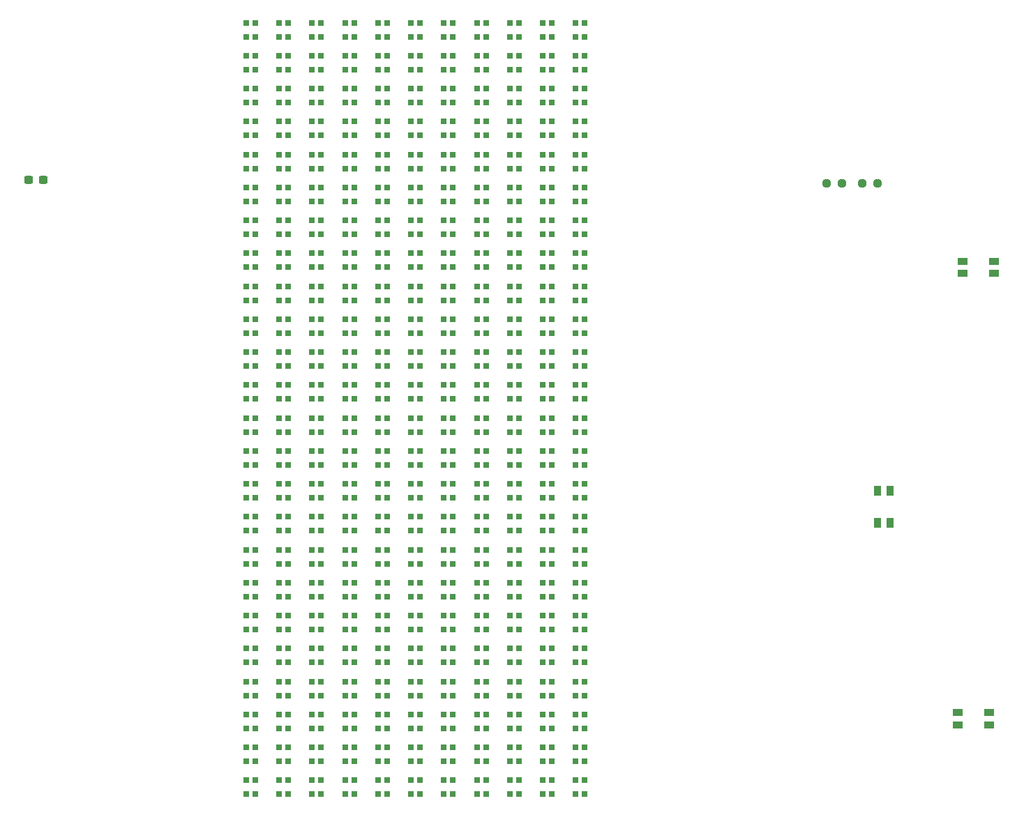
<source format=gtp>
%TF.GenerationSoftware,KiCad,Pcbnew,8.0.6*%
%TF.CreationDate,2024-12-17T00:00:42+05:30*%
%TF.ProjectId,FF1-LP-Badge,4646312d-4c50-42d4-9261-6467652e6b69,rev?*%
%TF.SameCoordinates,Original*%
%TF.FileFunction,Paste,Top*%
%TF.FilePolarity,Positive*%
%FSLAX46Y46*%
G04 Gerber Fmt 4.6, Leading zero omitted, Abs format (unit mm)*
G04 Created by KiCad (PCBNEW 8.0.6) date 2024-12-17 00:00:42*
%MOMM*%
%LPD*%
G01*
G04 APERTURE LIST*
G04 Aperture macros list*
%AMRoundRect*
0 Rectangle with rounded corners*
0 $1 Rounding radius*
0 $2 $3 $4 $5 $6 $7 $8 $9 X,Y pos of 4 corners*
0 Add a 4 corners polygon primitive as box body*
4,1,4,$2,$3,$4,$5,$6,$7,$8,$9,$2,$3,0*
0 Add four circle primitives for the rounded corners*
1,1,$1+$1,$2,$3*
1,1,$1+$1,$4,$5*
1,1,$1+$1,$6,$7*
1,1,$1+$1,$8,$9*
0 Add four rect primitives between the rounded corners*
20,1,$1+$1,$2,$3,$4,$5,0*
20,1,$1+$1,$4,$5,$6,$7,0*
20,1,$1+$1,$6,$7,$8,$9,0*
20,1,$1+$1,$8,$9,$2,$3,0*%
G04 Aperture macros list end*
%ADD10R,0.700000X0.800000*%
%ADD11RoundRect,0.237500X-0.300000X-0.237500X0.300000X-0.237500X0.300000X0.237500X-0.300000X0.237500X0*%
%ADD12R,0.900000X1.250000*%
%ADD13RoundRect,0.237500X0.250000X0.237500X-0.250000X0.237500X-0.250000X-0.237500X0.250000X-0.237500X0*%
%ADD14RoundRect,0.237500X-0.250000X-0.237500X0.250000X-0.237500X0.250000X0.237500X-0.250000X0.237500X0*%
%ADD15R,1.250000X0.900000*%
G04 APERTURE END LIST*
D10*
%TO.C,D194*%
X205624984Y-59200904D03*
X205624984Y-60900904D03*
X204524984Y-60900904D03*
X204524984Y-59200904D03*
%TD*%
%TO.C,D30*%
X185624985Y-115200902D03*
X185624985Y-116900902D03*
X184524985Y-116900902D03*
X184524985Y-115200902D03*
%TD*%
%TO.C,D89*%
X181624987Y-95200905D03*
X181624987Y-96900905D03*
X180524987Y-96900905D03*
X180524987Y-95200905D03*
%TD*%
%TO.C,D168*%
X189624984Y-67200905D03*
X189624984Y-68900905D03*
X188524984Y-68900905D03*
X188524984Y-67200905D03*
%TD*%
%TO.C,D167*%
X189624983Y-71200904D03*
X189624983Y-72900904D03*
X188524983Y-72900904D03*
X188524983Y-71200904D03*
%TD*%
%TO.C,D52*%
X201624985Y-123200904D03*
X201624985Y-124900904D03*
X200524985Y-124900904D03*
X200524985Y-123200904D03*
%TD*%
%TO.C,D33*%
X189624987Y-127200905D03*
X189624987Y-128900905D03*
X188524987Y-128900905D03*
X188524987Y-127200905D03*
%TD*%
%TO.C,D127*%
X205624983Y-87200904D03*
X205624983Y-88900904D03*
X204524983Y-88900904D03*
X204524983Y-87200904D03*
%TD*%
%TO.C,D146*%
X173624984Y-59200904D03*
X173624984Y-60900904D03*
X172524984Y-60900904D03*
X172524984Y-59200904D03*
%TD*%
%TO.C,D215*%
X177624985Y-47200905D03*
X177624985Y-48900905D03*
X176524985Y-48900905D03*
X176524985Y-47200905D03*
%TD*%
%TO.C,D110*%
X193624986Y-83200905D03*
X193624986Y-84900905D03*
X192524986Y-84900905D03*
X192524986Y-83200905D03*
%TD*%
%TO.C,D90*%
X181624986Y-91200906D03*
X181624986Y-92900906D03*
X180524986Y-92900906D03*
X180524986Y-91200906D03*
%TD*%
%TO.C,D148*%
X177624986Y-75200904D03*
X177624986Y-76900904D03*
X176524986Y-76900904D03*
X176524986Y-75200904D03*
%TD*%
%TO.C,D18*%
X177624985Y-115200905D03*
X177624985Y-116900905D03*
X176524985Y-116900905D03*
X176524985Y-115200905D03*
%TD*%
%TO.C,D108*%
X193624986Y-91200904D03*
X193624986Y-92900904D03*
X192524986Y-92900904D03*
X192524986Y-91200904D03*
%TD*%
%TO.C,D137*%
X169624985Y-71200904D03*
X169624985Y-72900904D03*
X168524985Y-72900904D03*
X168524985Y-71200904D03*
%TD*%
%TO.C,D27*%
X185624985Y-127200905D03*
X185624985Y-128900905D03*
X184524985Y-128900905D03*
X184524985Y-127200905D03*
%TD*%
%TO.C,D72*%
X169624985Y-91200904D03*
X169624985Y-92900904D03*
X168524985Y-92900904D03*
X168524985Y-91200904D03*
%TD*%
%TO.C,D45*%
X197624986Y-127200903D03*
X197624986Y-128900903D03*
X196524986Y-128900903D03*
X196524986Y-127200903D03*
%TD*%
%TO.C,D99*%
X189624983Y-103200904D03*
X189624983Y-104900904D03*
X188524983Y-104900904D03*
X188524983Y-103200904D03*
%TD*%
%TO.C,D213*%
X177624984Y-55200904D03*
X177624984Y-56900904D03*
X176524984Y-56900904D03*
X176524984Y-55200904D03*
%TD*%
%TO.C,D100*%
X189624984Y-99200905D03*
X189624984Y-100900905D03*
X188524984Y-100900905D03*
X188524984Y-99200905D03*
%TD*%
%TO.C,D50*%
X197624986Y-107200906D03*
X197624986Y-108900906D03*
X196524986Y-108900906D03*
X196524986Y-107200906D03*
%TD*%
%TO.C,D6*%
X169624985Y-115200905D03*
X169624985Y-116900905D03*
X168524985Y-116900905D03*
X168524985Y-115200905D03*
%TD*%
%TO.C,D175*%
X193624985Y-63200905D03*
X193624985Y-64900905D03*
X192524985Y-64900905D03*
X192524985Y-63200905D03*
%TD*%
%TO.C,D118*%
X201624985Y-99200902D03*
X201624985Y-100900902D03*
X200524985Y-100900902D03*
X200524985Y-99200902D03*
%TD*%
%TO.C,D103*%
X189624987Y-87200904D03*
X189624987Y-88900904D03*
X188524987Y-88900904D03*
X188524987Y-87200904D03*
%TD*%
%TO.C,D151*%
X177624986Y-63200905D03*
X177624986Y-64900905D03*
X176524986Y-64900905D03*
X176524986Y-63200905D03*
%TD*%
%TO.C,D260*%
X205624987Y-35200905D03*
X205624987Y-36900905D03*
X204524987Y-36900905D03*
X204524987Y-35200905D03*
%TD*%
%TO.C,D172*%
X193624984Y-75200904D03*
X193624984Y-76900904D03*
X192524984Y-76900904D03*
X192524984Y-75200904D03*
%TD*%
%TO.C,D233*%
X189624984Y-47200903D03*
X189624984Y-48900903D03*
X188524984Y-48900903D03*
X188524984Y-47200903D03*
%TD*%
%TO.C,D241*%
X193624984Y-39200904D03*
X193624984Y-40900904D03*
X192524984Y-40900904D03*
X192524984Y-39200904D03*
%TD*%
%TO.C,D75*%
X173624987Y-103200904D03*
X173624987Y-104900904D03*
X172524987Y-104900904D03*
X172524987Y-103200904D03*
%TD*%
%TO.C,D51*%
X201624985Y-127200903D03*
X201624985Y-128900903D03*
X200524985Y-128900903D03*
X200524985Y-127200903D03*
%TD*%
%TO.C,D102*%
X189624986Y-91200906D03*
X189624986Y-92900906D03*
X188524986Y-92900906D03*
X188524986Y-91200906D03*
%TD*%
%TO.C,D25*%
X181624986Y-111200903D03*
X181624986Y-112900903D03*
X180524986Y-112900903D03*
X180524986Y-111200903D03*
%TD*%
%TO.C,D63*%
X209624986Y-127200905D03*
X209624986Y-128900905D03*
X208524986Y-128900905D03*
X208524986Y-127200905D03*
%TD*%
%TO.C,D9*%
X173624984Y-127200903D03*
X173624984Y-128900903D03*
X172524984Y-128900903D03*
X172524984Y-127200903D03*
%TD*%
%TO.C,D221*%
X181624986Y-47200903D03*
X181624986Y-48900903D03*
X180524986Y-48900903D03*
X180524986Y-47200903D03*
%TD*%
%TO.C,D109*%
X193624986Y-87200904D03*
X193624986Y-88900904D03*
X192524986Y-88900904D03*
X192524986Y-87200904D03*
%TD*%
%TO.C,D212*%
X173624987Y-35200905D03*
X173624987Y-36900905D03*
X172524987Y-36900905D03*
X172524987Y-35200905D03*
%TD*%
%TO.C,D214*%
X177624985Y-51200905D03*
X177624985Y-52900905D03*
X176524985Y-52900905D03*
X176524985Y-51200905D03*
%TD*%
%TO.C,D220*%
X181624986Y-51200905D03*
X181624986Y-52900905D03*
X180524986Y-52900905D03*
X180524986Y-51200905D03*
%TD*%
%TO.C,D94*%
X185624985Y-99200905D03*
X185624985Y-100900905D03*
X184524985Y-100900905D03*
X184524985Y-99200905D03*
%TD*%
%TO.C,D53*%
X201624985Y-119200904D03*
X201624985Y-120900904D03*
X200524985Y-120900904D03*
X200524985Y-119200904D03*
%TD*%
%TO.C,D59*%
X205624983Y-119200904D03*
X205624983Y-120900904D03*
X204524983Y-120900904D03*
X204524983Y-119200904D03*
%TD*%
%TO.C,D139*%
X169624985Y-63200903D03*
X169624985Y-64900903D03*
X168524985Y-64900903D03*
X168524985Y-63200903D03*
%TD*%
%TO.C,D179*%
X197624986Y-71200904D03*
X197624986Y-72900904D03*
X196524986Y-72900904D03*
X196524986Y-71200904D03*
%TD*%
D11*
%TO.C,C31*%
X142137499Y-54300000D03*
X143862501Y-54300000D03*
%TD*%
D10*
%TO.C,D46*%
X197624986Y-123200904D03*
X197624986Y-124900904D03*
X196524986Y-124900904D03*
X196524986Y-123200904D03*
%TD*%
%TO.C,D209*%
X173624987Y-47200905D03*
X173624987Y-48900905D03*
X172524987Y-48900905D03*
X172524987Y-47200905D03*
%TD*%
%TO.C,D211*%
X173624987Y-39200904D03*
X173624987Y-40900904D03*
X172524987Y-40900904D03*
X172524987Y-39200904D03*
%TD*%
%TO.C,D116*%
X197624986Y-83200905D03*
X197624986Y-84900905D03*
X196524986Y-84900905D03*
X196524986Y-83200905D03*
%TD*%
%TO.C,D196*%
X209624986Y-75200904D03*
X209624986Y-76900904D03*
X208524986Y-76900904D03*
X208524986Y-75200904D03*
%TD*%
%TO.C,D208*%
X173624984Y-51200905D03*
X173624984Y-52900905D03*
X172524984Y-52900905D03*
X172524984Y-51200905D03*
%TD*%
%TO.C,D28*%
X185624985Y-123200904D03*
X185624985Y-124900904D03*
X184524985Y-124900904D03*
X184524985Y-123200904D03*
%TD*%
%TO.C,D93*%
X185624985Y-103200904D03*
X185624985Y-104900904D03*
X184524985Y-104900904D03*
X184524985Y-103200904D03*
%TD*%
%TO.C,D161*%
X185624985Y-71200904D03*
X185624985Y-72900904D03*
X184524985Y-72900904D03*
X184524985Y-71200904D03*
%TD*%
%TO.C,D222*%
X181624986Y-43200904D03*
X181624986Y-44900904D03*
X180524986Y-44900904D03*
X180524986Y-43200904D03*
%TD*%
%TO.C,D136*%
X169624985Y-75200904D03*
X169624985Y-76900904D03*
X168524985Y-76900904D03*
X168524985Y-75200904D03*
%TD*%
%TO.C,D170*%
X189624986Y-59200906D03*
X189624986Y-60900906D03*
X188524986Y-60900906D03*
X188524986Y-59200906D03*
%TD*%
%TO.C,D188*%
X201624985Y-59200904D03*
X201624985Y-60900904D03*
X200524985Y-60900904D03*
X200524985Y-59200904D03*
%TD*%
%TO.C,D195*%
X209624985Y-79200905D03*
X209624985Y-80900905D03*
X208524985Y-80900905D03*
X208524985Y-79200905D03*
%TD*%
%TO.C,D87*%
X181624988Y-103200904D03*
X181624988Y-104900904D03*
X180524988Y-104900904D03*
X180524988Y-103200904D03*
%TD*%
%TO.C,D37*%
X189624984Y-111200903D03*
X189624984Y-112900903D03*
X188524984Y-112900903D03*
X188524984Y-111200903D03*
%TD*%
D12*
%TO.C,SW4*%
X245149999Y-95925000D03*
X245149999Y-92075000D03*
X246650001Y-95925000D03*
X246650001Y-92075000D03*
%TD*%
D10*
%TO.C,D158*%
X181624986Y-59200906D03*
X181624986Y-60900906D03*
X180524986Y-60900906D03*
X180524986Y-59200906D03*
%TD*%
%TO.C,D124*%
X205624987Y-99200905D03*
X205624987Y-100900905D03*
X204524987Y-100900905D03*
X204524987Y-99200905D03*
%TD*%
%TO.C,D128*%
X205624984Y-83200905D03*
X205624984Y-84900905D03*
X204524984Y-84900905D03*
X204524984Y-83200905D03*
%TD*%
%TO.C,D95*%
X185624985Y-95200905D03*
X185624985Y-96900905D03*
X184524985Y-96900905D03*
X184524985Y-95200905D03*
%TD*%
%TO.C,D48*%
X197624986Y-115200905D03*
X197624986Y-116900905D03*
X196524986Y-116900905D03*
X196524986Y-115200905D03*
%TD*%
%TO.C,D152*%
X177624984Y-59200904D03*
X177624984Y-60900904D03*
X176524984Y-60900904D03*
X176524984Y-59200904D03*
%TD*%
%TO.C,D68*%
X209624986Y-107200904D03*
X209624986Y-108900904D03*
X208524986Y-108900904D03*
X208524986Y-107200904D03*
%TD*%
%TO.C,D47*%
X197624988Y-119200904D03*
X197624988Y-120900904D03*
X196524988Y-120900904D03*
X196524988Y-119200904D03*
%TD*%
%TO.C,D7*%
X169624985Y-111200905D03*
X169624985Y-112900905D03*
X168524985Y-112900905D03*
X168524985Y-111200905D03*
%TD*%
%TO.C,D229*%
X185624985Y-39200904D03*
X185624985Y-40900904D03*
X184524985Y-40900904D03*
X184524985Y-39200904D03*
%TD*%
%TO.C,D198*%
X209624986Y-67200905D03*
X209624986Y-68900905D03*
X208524986Y-68900905D03*
X208524986Y-67200905D03*
%TD*%
%TO.C,D204*%
X169624985Y-43200904D03*
X169624985Y-44900904D03*
X168524985Y-44900904D03*
X168524985Y-43200904D03*
%TD*%
%TO.C,D239*%
X193624986Y-47200905D03*
X193624986Y-48900905D03*
X192524986Y-48900905D03*
X192524986Y-47200905D03*
%TD*%
%TO.C,D153*%
X181624986Y-79200903D03*
X181624986Y-80900903D03*
X180524986Y-80900903D03*
X180524986Y-79200903D03*
%TD*%
%TO.C,D240*%
X193624984Y-43200904D03*
X193624984Y-44900904D03*
X192524984Y-44900904D03*
X192524984Y-43200904D03*
%TD*%
%TO.C,D64*%
X209624984Y-123200904D03*
X209624984Y-124900904D03*
X208524984Y-124900904D03*
X208524984Y-123200904D03*
%TD*%
%TO.C,D44*%
X193624984Y-107200904D03*
X193624984Y-108900904D03*
X192524984Y-108900904D03*
X192524984Y-107200904D03*
%TD*%
%TO.C,D111*%
X197624986Y-103200904D03*
X197624986Y-104900904D03*
X196524986Y-104900904D03*
X196524986Y-103200904D03*
%TD*%
%TO.C,D17*%
X177624984Y-119200904D03*
X177624984Y-120900904D03*
X176524984Y-120900904D03*
X176524984Y-119200904D03*
%TD*%
%TO.C,D22*%
X181624986Y-123200906D03*
X181624986Y-124900906D03*
X180524986Y-124900906D03*
X180524986Y-123200906D03*
%TD*%
%TO.C,D245*%
X197624987Y-47200905D03*
X197624987Y-48900905D03*
X196524987Y-48900905D03*
X196524987Y-47200905D03*
%TD*%
%TO.C,D49*%
X197624987Y-111200905D03*
X197624987Y-112900905D03*
X196524987Y-112900905D03*
X196524987Y-111200905D03*
%TD*%
%TO.C,D243*%
X197624988Y-55200904D03*
X197624988Y-56900904D03*
X196524988Y-56900904D03*
X196524988Y-55200904D03*
%TD*%
%TO.C,D216*%
X177624986Y-43200904D03*
X177624986Y-44900904D03*
X176524986Y-44900904D03*
X176524986Y-43200904D03*
%TD*%
%TO.C,D82*%
X177624986Y-99200905D03*
X177624986Y-100900905D03*
X176524986Y-100900905D03*
X176524986Y-99200905D03*
%TD*%
%TO.C,D58*%
X205624984Y-123200904D03*
X205624984Y-124900904D03*
X204524984Y-124900904D03*
X204524984Y-123200904D03*
%TD*%
%TO.C,D192*%
X205624987Y-67200905D03*
X205624987Y-68900905D03*
X204524987Y-68900905D03*
X204524987Y-67200905D03*
%TD*%
%TO.C,D236*%
X189624984Y-35200905D03*
X189624984Y-36900905D03*
X188524984Y-36900905D03*
X188524984Y-35200905D03*
%TD*%
%TO.C,D262*%
X209624985Y-51200905D03*
X209624985Y-52900905D03*
X208524985Y-52900905D03*
X208524985Y-51200905D03*
%TD*%
%TO.C,D67*%
X209624985Y-111200905D03*
X209624985Y-112900905D03*
X208524985Y-112900905D03*
X208524985Y-111200905D03*
%TD*%
%TO.C,D250*%
X201624985Y-51200905D03*
X201624985Y-52900905D03*
X200524985Y-52900905D03*
X200524985Y-51200905D03*
%TD*%
%TO.C,D193*%
X205624984Y-63200903D03*
X205624984Y-64900903D03*
X204524984Y-64900903D03*
X204524984Y-63200903D03*
%TD*%
%TO.C,D206*%
X169624985Y-35200902D03*
X169624985Y-36900902D03*
X168524985Y-36900902D03*
X168524985Y-35200902D03*
%TD*%
%TO.C,D242*%
X193624985Y-35200905D03*
X193624985Y-36900905D03*
X192524985Y-36900905D03*
X192524985Y-35200905D03*
%TD*%
%TO.C,D144*%
X173624987Y-67200905D03*
X173624987Y-68900905D03*
X172524987Y-68900905D03*
X172524987Y-67200905D03*
%TD*%
%TO.C,D34*%
X189624986Y-123200906D03*
X189624986Y-124900906D03*
X188524986Y-124900906D03*
X188524986Y-123200906D03*
%TD*%
%TO.C,D210*%
X173624986Y-43200906D03*
X173624986Y-44900906D03*
X172524986Y-44900906D03*
X172524986Y-43200906D03*
%TD*%
%TO.C,D255*%
X205624983Y-55200904D03*
X205624983Y-56900904D03*
X204524983Y-56900904D03*
X204524983Y-55200904D03*
%TD*%
%TO.C,D114*%
X197624986Y-91200904D03*
X197624986Y-92900904D03*
X196524986Y-92900904D03*
X196524986Y-91200904D03*
%TD*%
%TO.C,D155*%
X181624988Y-71200904D03*
X181624988Y-72900904D03*
X180524988Y-72900904D03*
X180524988Y-71200904D03*
%TD*%
%TO.C,D180*%
X197624986Y-67200905D03*
X197624986Y-68900905D03*
X196524986Y-68900905D03*
X196524986Y-67200905D03*
%TD*%
%TO.C,D19*%
X177624985Y-111200905D03*
X177624985Y-112900905D03*
X176524985Y-112900905D03*
X176524985Y-111200905D03*
%TD*%
%TO.C,D183*%
X201624985Y-79200905D03*
X201624985Y-80900905D03*
X200524985Y-80900905D03*
X200524985Y-79200905D03*
%TD*%
%TO.C,D237*%
X193624986Y-55200904D03*
X193624986Y-56900904D03*
X192524986Y-56900904D03*
X192524986Y-55200904D03*
%TD*%
%TO.C,D225*%
X185624985Y-55200904D03*
X185624985Y-56900904D03*
X184524985Y-56900904D03*
X184524985Y-55200904D03*
%TD*%
%TO.C,D21*%
X181624987Y-127200905D03*
X181624987Y-128900905D03*
X180524987Y-128900905D03*
X180524987Y-127200905D03*
%TD*%
%TO.C,D256*%
X205624984Y-51200905D03*
X205624984Y-52900905D03*
X204524984Y-52900905D03*
X204524984Y-51200905D03*
%TD*%
%TO.C,D190*%
X205624986Y-75200906D03*
X205624986Y-76900906D03*
X204524986Y-76900906D03*
X204524986Y-75200906D03*
%TD*%
%TO.C,D235*%
X189624983Y-39200904D03*
X189624983Y-40900904D03*
X188524983Y-40900904D03*
X188524983Y-39200904D03*
%TD*%
%TO.C,D207*%
X173624983Y-55200904D03*
X173624983Y-56900904D03*
X172524983Y-56900904D03*
X172524983Y-55200904D03*
%TD*%
%TO.C,D266*%
X209624986Y-35200905D03*
X209624986Y-36900905D03*
X208524986Y-36900905D03*
X208524986Y-35200905D03*
%TD*%
%TO.C,D80*%
X173624984Y-83200905D03*
X173624984Y-84900905D03*
X172524984Y-84900905D03*
X172524984Y-83200905D03*
%TD*%
%TO.C,D125*%
X205624984Y-95200903D03*
X205624984Y-96900903D03*
X204524984Y-96900903D03*
X204524984Y-95200903D03*
%TD*%
%TO.C,D141*%
X173624987Y-79200905D03*
X173624987Y-80900905D03*
X172524987Y-80900905D03*
X172524987Y-79200905D03*
%TD*%
%TO.C,D84*%
X177624984Y-91200904D03*
X177624984Y-92900904D03*
X176524984Y-92900904D03*
X176524984Y-91200904D03*
%TD*%
%TO.C,D130*%
X209624986Y-99200905D03*
X209624986Y-100900905D03*
X208524986Y-100900905D03*
X208524986Y-99200905D03*
%TD*%
%TO.C,D164*%
X185624985Y-59200904D03*
X185624985Y-60900904D03*
X184524985Y-60900904D03*
X184524985Y-59200904D03*
%TD*%
%TO.C,D234*%
X189624984Y-43200904D03*
X189624984Y-44900904D03*
X188524984Y-44900904D03*
X188524984Y-43200904D03*
%TD*%
%TO.C,D227*%
X185624985Y-47200903D03*
X185624985Y-48900903D03*
X184524985Y-48900903D03*
X184524985Y-47200903D03*
%TD*%
%TO.C,D24*%
X181624986Y-115200905D03*
X181624986Y-116900905D03*
X180524986Y-116900905D03*
X180524986Y-115200905D03*
%TD*%
%TO.C,D163*%
X185624985Y-63200905D03*
X185624985Y-64900905D03*
X184524985Y-64900905D03*
X184524985Y-63200905D03*
%TD*%
%TO.C,D254*%
X201624985Y-35200902D03*
X201624985Y-36900902D03*
X200524985Y-36900902D03*
X200524985Y-35200902D03*
%TD*%
%TO.C,D131*%
X209624986Y-95200905D03*
X209624986Y-96900905D03*
X208524986Y-96900905D03*
X208524986Y-95200905D03*
%TD*%
%TO.C,D201*%
X169624985Y-55200904D03*
X169624985Y-56900904D03*
X168524985Y-56900904D03*
X168524985Y-55200904D03*
%TD*%
%TO.C,D57*%
X205624984Y-127200903D03*
X205624984Y-128900903D03*
X204524984Y-128900903D03*
X204524984Y-127200903D03*
%TD*%
%TO.C,D253*%
X201624985Y-39200904D03*
X201624985Y-40900904D03*
X200524985Y-40900904D03*
X200524985Y-39200904D03*
%TD*%
%TO.C,D145*%
X173624984Y-63200903D03*
X173624984Y-64900903D03*
X172524984Y-64900903D03*
X172524984Y-63200903D03*
%TD*%
%TO.C,D39*%
X193624985Y-127200905D03*
X193624985Y-128900905D03*
X192524985Y-128900905D03*
X192524985Y-127200905D03*
%TD*%
%TO.C,D265*%
X209624986Y-39200904D03*
X209624986Y-40900904D03*
X208524986Y-40900904D03*
X208524986Y-39200904D03*
%TD*%
%TO.C,D20*%
X177624986Y-107200904D03*
X177624986Y-108900904D03*
X176524986Y-108900904D03*
X176524986Y-107200904D03*
%TD*%
%TO.C,D176*%
X193624986Y-59200904D03*
X193624986Y-60900904D03*
X192524986Y-60900904D03*
X192524986Y-59200904D03*
%TD*%
%TO.C,D264*%
X209624986Y-43200904D03*
X209624986Y-44900904D03*
X208524986Y-44900904D03*
X208524986Y-43200904D03*
%TD*%
%TO.C,D238*%
X193624986Y-51200905D03*
X193624986Y-52900905D03*
X192524986Y-52900905D03*
X192524986Y-51200905D03*
%TD*%
%TO.C,D38*%
X189624984Y-107200904D03*
X189624984Y-108900904D03*
X188524984Y-108900904D03*
X188524984Y-107200904D03*
%TD*%
%TO.C,D197*%
X209624986Y-71200904D03*
X209624986Y-72900904D03*
X208524986Y-72900904D03*
X208524986Y-71200904D03*
%TD*%
D13*
%TO.C,R11*%
X240812500Y-54700000D03*
X238987500Y-54700000D03*
%TD*%
D10*
%TO.C,D78*%
X173624984Y-91200904D03*
X173624984Y-92900904D03*
X172524984Y-92900904D03*
X172524984Y-91200904D03*
%TD*%
%TO.C,D56*%
X201624985Y-107200904D03*
X201624985Y-108900904D03*
X200524985Y-108900904D03*
X200524985Y-107200904D03*
%TD*%
%TO.C,D81*%
X177624986Y-103200904D03*
X177624986Y-104900904D03*
X176524986Y-104900904D03*
X176524986Y-103200904D03*
%TD*%
%TO.C,D16*%
X177624984Y-123200904D03*
X177624984Y-124900904D03*
X176524984Y-124900904D03*
X176524984Y-123200904D03*
%TD*%
%TO.C,D165*%
X189624984Y-79200903D03*
X189624984Y-80900903D03*
X188524984Y-80900903D03*
X188524984Y-79200903D03*
%TD*%
%TO.C,D3*%
X169624985Y-127200903D03*
X169624985Y-128900903D03*
X168524985Y-128900903D03*
X168524985Y-127200903D03*
%TD*%
%TO.C,D142*%
X173624986Y-75200906D03*
X173624986Y-76900906D03*
X172524986Y-76900906D03*
X172524986Y-75200906D03*
%TD*%
%TO.C,D156*%
X181624986Y-67200905D03*
X181624986Y-68900905D03*
X180524986Y-68900905D03*
X180524986Y-67200905D03*
%TD*%
%TO.C,D86*%
X177624985Y-83200905D03*
X177624985Y-84900905D03*
X176524985Y-84900905D03*
X176524985Y-83200905D03*
%TD*%
%TO.C,D119*%
X201624985Y-95200903D03*
X201624985Y-96900903D03*
X200524985Y-96900903D03*
X200524985Y-95200903D03*
%TD*%
%TO.C,D104*%
X189624987Y-83200905D03*
X189624987Y-84900905D03*
X188524987Y-84900905D03*
X188524987Y-83200905D03*
%TD*%
%TO.C,D143*%
X173624987Y-71200904D03*
X173624987Y-72900904D03*
X172524987Y-72900904D03*
X172524987Y-71200904D03*
%TD*%
%TO.C,D106*%
X193624985Y-99200905D03*
X193624985Y-100900905D03*
X192524985Y-100900905D03*
X192524985Y-99200905D03*
%TD*%
%TO.C,D134*%
X209624985Y-83200905D03*
X209624985Y-84900905D03*
X208524985Y-84900905D03*
X208524985Y-83200905D03*
%TD*%
%TO.C,D54*%
X201624985Y-115200905D03*
X201624985Y-116900905D03*
X200524985Y-116900905D03*
X200524985Y-115200905D03*
%TD*%
%TO.C,D181*%
X197624986Y-63200903D03*
X197624986Y-64900903D03*
X196524986Y-64900903D03*
X196524986Y-63200903D03*
%TD*%
%TO.C,D166*%
X189624984Y-75200904D03*
X189624984Y-76900904D03*
X188524984Y-76900904D03*
X188524984Y-75200904D03*
%TD*%
%TO.C,D200*%
X209624984Y-59200904D03*
X209624984Y-60900904D03*
X208524984Y-60900904D03*
X208524984Y-59200904D03*
%TD*%
%TO.C,D177*%
X197624987Y-79200905D03*
X197624987Y-80900905D03*
X196524987Y-80900905D03*
X196524987Y-79200905D03*
%TD*%
%TO.C,D73*%
X169624985Y-87200904D03*
X169624985Y-88900904D03*
X168524985Y-88900904D03*
X168524985Y-87200904D03*
%TD*%
%TO.C,D77*%
X173624984Y-95200903D03*
X173624984Y-96900903D03*
X172524984Y-96900903D03*
X172524984Y-95200903D03*
%TD*%
%TO.C,D55*%
X201624985Y-111200905D03*
X201624985Y-112900905D03*
X200524985Y-112900905D03*
X200524985Y-111200905D03*
%TD*%
%TO.C,D76*%
X173624987Y-99200905D03*
X173624987Y-100900905D03*
X172524987Y-100900905D03*
X172524987Y-99200905D03*
%TD*%
D14*
%TO.C,R10*%
X243287500Y-54700000D03*
X245112500Y-54700000D03*
%TD*%
D10*
%TO.C,D8*%
X169624985Y-107200904D03*
X169624985Y-108900904D03*
X168524985Y-108900904D03*
X168524985Y-107200904D03*
%TD*%
%TO.C,D247*%
X197624986Y-39200904D03*
X197624986Y-40900904D03*
X196524986Y-40900904D03*
X196524986Y-39200904D03*
%TD*%
%TO.C,D228*%
X185624985Y-43200904D03*
X185624985Y-44900904D03*
X184524985Y-44900904D03*
X184524985Y-43200904D03*
%TD*%
%TO.C,D69*%
X169624985Y-103200904D03*
X169624985Y-104900904D03*
X168524985Y-104900904D03*
X168524985Y-103200904D03*
%TD*%
%TO.C,D26*%
X181624986Y-107200904D03*
X181624986Y-108900904D03*
X180524986Y-108900904D03*
X180524986Y-107200904D03*
%TD*%
%TO.C,D223*%
X181624988Y-39200904D03*
X181624988Y-40900904D03*
X180524988Y-40900904D03*
X180524988Y-39200904D03*
%TD*%
%TO.C,D92*%
X181624986Y-83200905D03*
X181624986Y-84900905D03*
X180524986Y-84900905D03*
X180524986Y-83200905D03*
%TD*%
%TO.C,D261*%
X209624984Y-55200904D03*
X209624984Y-56900904D03*
X208524984Y-56900904D03*
X208524984Y-55200904D03*
%TD*%
%TO.C,D257*%
X205624987Y-47200905D03*
X205624987Y-48900905D03*
X204524987Y-48900905D03*
X204524987Y-47200905D03*
%TD*%
%TO.C,D79*%
X173624983Y-87200904D03*
X173624983Y-88900904D03*
X172524983Y-88900904D03*
X172524983Y-87200904D03*
%TD*%
%TO.C,D232*%
X189624987Y-51200905D03*
X189624987Y-52900905D03*
X188524987Y-52900905D03*
X188524987Y-51200905D03*
%TD*%
%TO.C,D246*%
X197624986Y-43200906D03*
X197624986Y-44900906D03*
X196524986Y-44900906D03*
X196524986Y-43200906D03*
%TD*%
%TO.C,D231*%
X189624987Y-55200904D03*
X189624987Y-56900904D03*
X188524987Y-56900904D03*
X188524987Y-55200904D03*
%TD*%
%TO.C,D10*%
X173624984Y-123200904D03*
X173624984Y-124900904D03*
X172524984Y-124900904D03*
X172524984Y-123200904D03*
%TD*%
%TO.C,D169*%
X189624987Y-63200905D03*
X189624987Y-64900905D03*
X188524987Y-64900905D03*
X188524987Y-63200905D03*
%TD*%
%TO.C,D174*%
X193624985Y-67200905D03*
X193624985Y-68900905D03*
X192524985Y-68900905D03*
X192524985Y-67200905D03*
%TD*%
%TO.C,D62*%
X205624986Y-107200906D03*
X205624986Y-108900906D03*
X204524986Y-108900906D03*
X204524986Y-107200906D03*
%TD*%
%TO.C,D105*%
X193624984Y-103200904D03*
X193624984Y-104900904D03*
X192524984Y-104900904D03*
X192524984Y-103200904D03*
%TD*%
%TO.C,D129*%
X209624986Y-103200904D03*
X209624986Y-104900904D03*
X208524986Y-104900904D03*
X208524986Y-103200904D03*
%TD*%
%TO.C,D182*%
X197624986Y-59200904D03*
X197624986Y-60900904D03*
X196524986Y-60900904D03*
X196524986Y-59200904D03*
%TD*%
%TO.C,D41*%
X193624986Y-119200904D03*
X193624986Y-120900904D03*
X192524986Y-120900904D03*
X192524986Y-119200904D03*
%TD*%
%TO.C,D252*%
X201624985Y-43200904D03*
X201624985Y-44900904D03*
X200524985Y-44900904D03*
X200524985Y-43200904D03*
%TD*%
%TO.C,D263*%
X209624985Y-47200905D03*
X209624985Y-48900905D03*
X208524985Y-48900905D03*
X208524985Y-47200905D03*
%TD*%
%TO.C,D157*%
X181624987Y-63200905D03*
X181624987Y-64900905D03*
X180524987Y-64900905D03*
X180524987Y-63200905D03*
%TD*%
%TO.C,D122*%
X201624985Y-83200905D03*
X201624985Y-84900905D03*
X200524985Y-84900905D03*
X200524985Y-83200905D03*
%TD*%
%TO.C,D61*%
X205624987Y-111200905D03*
X205624987Y-112900905D03*
X204524987Y-112900905D03*
X204524987Y-111200905D03*
%TD*%
%TO.C,D205*%
X169624985Y-39200904D03*
X169624985Y-40900904D03*
X168524985Y-40900904D03*
X168524985Y-39200904D03*
%TD*%
%TO.C,D117*%
X201624985Y-103200904D03*
X201624985Y-104900904D03*
X200524985Y-104900904D03*
X200524985Y-103200904D03*
%TD*%
%TO.C,D85*%
X177624984Y-87200904D03*
X177624984Y-88900904D03*
X176524984Y-88900904D03*
X176524984Y-87200904D03*
%TD*%
%TO.C,D74*%
X169624985Y-83200905D03*
X169624985Y-84900905D03*
X168524985Y-84900905D03*
X168524985Y-83200905D03*
%TD*%
%TO.C,D15*%
X177624986Y-127200905D03*
X177624986Y-128900905D03*
X176524986Y-128900905D03*
X176524986Y-127200905D03*
%TD*%
%TO.C,D147*%
X177624985Y-79200905D03*
X177624985Y-80900905D03*
X176524985Y-80900905D03*
X176524985Y-79200905D03*
%TD*%
%TO.C,D40*%
X193624986Y-123200904D03*
X193624986Y-124900904D03*
X192524986Y-124900904D03*
X192524986Y-123200904D03*
%TD*%
%TO.C,D171*%
X193624986Y-79200905D03*
X193624986Y-80900905D03*
X192524986Y-80900905D03*
X192524986Y-79200905D03*
%TD*%
%TO.C,D230*%
X185624985Y-35200905D03*
X185624985Y-36900905D03*
X184524985Y-36900905D03*
X184524985Y-35200905D03*
%TD*%
%TO.C,D140*%
X169624985Y-59200904D03*
X169624985Y-60900904D03*
X168524985Y-60900904D03*
X168524985Y-59200904D03*
%TD*%
%TO.C,D159*%
X185624985Y-79200903D03*
X185624985Y-80900903D03*
X184524985Y-80900903D03*
X184524985Y-79200903D03*
%TD*%
%TO.C,D13*%
X173624987Y-111200905D03*
X173624987Y-112900905D03*
X172524987Y-112900905D03*
X172524987Y-111200905D03*
%TD*%
%TO.C,D244*%
X197624986Y-51200905D03*
X197624986Y-52900905D03*
X196524986Y-52900905D03*
X196524986Y-51200905D03*
%TD*%
%TO.C,D98*%
X185624985Y-83200902D03*
X185624985Y-84900902D03*
X184524985Y-84900902D03*
X184524985Y-83200902D03*
%TD*%
%TO.C,D5*%
X169624985Y-119200904D03*
X169624985Y-120900904D03*
X168524985Y-120900904D03*
X168524985Y-119200904D03*
%TD*%
%TO.C,D187*%
X201624985Y-63200903D03*
X201624985Y-64900903D03*
X200524985Y-64900903D03*
X200524985Y-63200903D03*
%TD*%
%TO.C,D97*%
X185624985Y-87200904D03*
X185624985Y-88900904D03*
X184524985Y-88900904D03*
X184524985Y-87200904D03*
%TD*%
%TO.C,D66*%
X209624985Y-115200905D03*
X209624985Y-116900905D03*
X208524985Y-116900905D03*
X208524985Y-115200905D03*
%TD*%
%TO.C,D133*%
X209624984Y-87200904D03*
X209624984Y-88900904D03*
X208524984Y-88900904D03*
X208524984Y-87200904D03*
%TD*%
%TO.C,D249*%
X201624985Y-55200904D03*
X201624985Y-56900904D03*
X200524985Y-56900904D03*
X200524985Y-55200904D03*
%TD*%
%TO.C,D150*%
X177624986Y-67200905D03*
X177624986Y-68900905D03*
X176524986Y-68900905D03*
X176524986Y-67200905D03*
%TD*%
%TO.C,D138*%
X169624985Y-67200902D03*
X169624985Y-68900902D03*
X168524985Y-68900902D03*
X168524985Y-67200902D03*
%TD*%
%TO.C,D115*%
X197624988Y-87200904D03*
X197624988Y-88900904D03*
X196524988Y-88900904D03*
X196524988Y-87200904D03*
%TD*%
%TO.C,D160*%
X185624985Y-75200904D03*
X185624985Y-76900904D03*
X184524985Y-76900904D03*
X184524985Y-75200904D03*
%TD*%
%TO.C,D173*%
X193624984Y-71200904D03*
X193624984Y-72900904D03*
X192524984Y-72900904D03*
X192524984Y-71200904D03*
%TD*%
%TO.C,D218*%
X177624986Y-35200905D03*
X177624986Y-36900905D03*
X176524986Y-36900905D03*
X176524986Y-35200905D03*
%TD*%
%TO.C,D224*%
X181624986Y-35200905D03*
X181624986Y-36900905D03*
X180524986Y-36900905D03*
X180524986Y-35200905D03*
%TD*%
%TO.C,D202*%
X169624985Y-51200905D03*
X169624985Y-52900905D03*
X168524985Y-52900905D03*
X168524985Y-51200905D03*
%TD*%
%TO.C,D31*%
X185624985Y-111200903D03*
X185624985Y-112900903D03*
X184524985Y-112900903D03*
X184524985Y-111200903D03*
%TD*%
%TO.C,D83*%
X177624986Y-95200905D03*
X177624986Y-96900905D03*
X176524986Y-96900905D03*
X176524986Y-95200905D03*
%TD*%
%TO.C,D65*%
X209624984Y-119200904D03*
X209624984Y-120900904D03*
X208524984Y-120900904D03*
X208524984Y-119200904D03*
%TD*%
%TO.C,D35*%
X189624987Y-119200904D03*
X189624987Y-120900904D03*
X188524987Y-120900904D03*
X188524987Y-119200904D03*
%TD*%
%TO.C,D107*%
X193624985Y-95200905D03*
X193624985Y-96900905D03*
X192524985Y-96900905D03*
X192524985Y-95200905D03*
%TD*%
%TO.C,D23*%
X181624986Y-119200904D03*
X181624986Y-120900904D03*
X180524986Y-120900904D03*
X180524986Y-119200904D03*
%TD*%
%TO.C,D219*%
X181624986Y-55200904D03*
X181624986Y-56900904D03*
X180524986Y-56900904D03*
X180524986Y-55200904D03*
%TD*%
%TO.C,D123*%
X205624987Y-103200904D03*
X205624987Y-104900904D03*
X204524987Y-104900904D03*
X204524987Y-103200904D03*
%TD*%
%TO.C,D71*%
X169624985Y-95200903D03*
X169624985Y-96900903D03*
X168524985Y-96900903D03*
X168524985Y-95200903D03*
%TD*%
D15*
%TO.C,SW2*%
X254875000Y-118950000D03*
X258725000Y-118950000D03*
X254875000Y-120450000D03*
X258725000Y-120450000D03*
%TD*%
D10*
%TO.C,D258*%
X205624986Y-43200906D03*
X205624986Y-44900906D03*
X204524986Y-44900906D03*
X204524986Y-43200906D03*
%TD*%
D15*
%TO.C,SW3*%
X255475000Y-64150000D03*
X259325000Y-64150000D03*
X255475000Y-65650000D03*
X259325000Y-65650000D03*
%TD*%
D10*
%TO.C,D14*%
X173624986Y-107200906D03*
X173624986Y-108900906D03*
X172524986Y-108900906D03*
X172524986Y-107200906D03*
%TD*%
%TO.C,D162*%
X185624985Y-67200905D03*
X185624985Y-68900905D03*
X184524985Y-68900905D03*
X184524985Y-67200905D03*
%TD*%
%TO.C,D121*%
X201624985Y-87200904D03*
X201624985Y-88900904D03*
X200524985Y-88900904D03*
X200524985Y-87200904D03*
%TD*%
%TO.C,D4*%
X169624985Y-123200904D03*
X169624985Y-124900904D03*
X168524985Y-124900904D03*
X168524985Y-123200904D03*
%TD*%
%TO.C,D12*%
X173624984Y-115200905D03*
X173624984Y-116900905D03*
X172524984Y-116900905D03*
X172524984Y-115200905D03*
%TD*%
%TO.C,D70*%
X169624985Y-99200902D03*
X169624985Y-100900902D03*
X168524985Y-100900902D03*
X168524985Y-99200902D03*
%TD*%
%TO.C,D154*%
X181624986Y-75200904D03*
X181624986Y-76900904D03*
X180524986Y-76900904D03*
X180524986Y-75200904D03*
%TD*%
%TO.C,D101*%
X189624987Y-95200905D03*
X189624987Y-96900905D03*
X188524987Y-96900905D03*
X188524987Y-95200905D03*
%TD*%
%TO.C,D186*%
X201624985Y-67200902D03*
X201624985Y-68900902D03*
X200524985Y-68900902D03*
X200524985Y-67200902D03*
%TD*%
%TO.C,D43*%
X193624986Y-111200905D03*
X193624986Y-112900905D03*
X192524986Y-112900905D03*
X192524986Y-111200905D03*
%TD*%
%TO.C,D135*%
X169624985Y-79200905D03*
X169624985Y-80900905D03*
X168524985Y-80900905D03*
X168524985Y-79200905D03*
%TD*%
%TO.C,D184*%
X201624985Y-75200904D03*
X201624985Y-76900904D03*
X200524985Y-76900904D03*
X200524985Y-75200904D03*
%TD*%
%TO.C,D132*%
X209624984Y-91200904D03*
X209624984Y-92900904D03*
X208524984Y-92900904D03*
X208524984Y-91200904D03*
%TD*%
%TO.C,D251*%
X201624985Y-47200905D03*
X201624985Y-48900905D03*
X200524985Y-48900905D03*
X200524985Y-47200905D03*
%TD*%
%TO.C,D29*%
X185624985Y-119200904D03*
X185624985Y-120900904D03*
X184524985Y-120900904D03*
X184524985Y-119200904D03*
%TD*%
%TO.C,D36*%
X189624987Y-115200905D03*
X189624987Y-116900905D03*
X188524987Y-116900905D03*
X188524987Y-115200905D03*
%TD*%
%TO.C,D91*%
X181624986Y-87200904D03*
X181624986Y-88900904D03*
X180524986Y-88900904D03*
X180524986Y-87200904D03*
%TD*%
%TO.C,D113*%
X197624986Y-95200903D03*
X197624986Y-96900903D03*
X196524986Y-96900903D03*
X196524986Y-95200903D03*
%TD*%
%TO.C,D32*%
X185624985Y-107200904D03*
X185624985Y-108900904D03*
X184524985Y-108900904D03*
X184524985Y-107200904D03*
%TD*%
%TO.C,D42*%
X193624986Y-115200905D03*
X193624986Y-116900905D03*
X192524986Y-116900905D03*
X192524986Y-115200905D03*
%TD*%
%TO.C,D149*%
X177624986Y-71200904D03*
X177624986Y-72900904D03*
X176524986Y-72900904D03*
X176524986Y-71200904D03*
%TD*%
%TO.C,D126*%
X205624984Y-91200904D03*
X205624984Y-92900904D03*
X204524984Y-92900904D03*
X204524984Y-91200904D03*
%TD*%
%TO.C,D203*%
X169624985Y-47200905D03*
X169624985Y-48900905D03*
X168524985Y-48900905D03*
X168524985Y-47200905D03*
%TD*%
%TO.C,D60*%
X205624984Y-115200905D03*
X205624984Y-116900905D03*
X204524984Y-116900905D03*
X204524984Y-115200905D03*
%TD*%
%TO.C,D217*%
X177624986Y-39200904D03*
X177624986Y-40900904D03*
X176524986Y-40900904D03*
X176524986Y-39200904D03*
%TD*%
%TO.C,D88*%
X181624986Y-99200905D03*
X181624986Y-100900905D03*
X180524986Y-100900905D03*
X180524986Y-99200905D03*
%TD*%
%TO.C,D11*%
X173624983Y-119200904D03*
X173624983Y-120900904D03*
X172524983Y-120900904D03*
X172524983Y-119200904D03*
%TD*%
%TO.C,D120*%
X201624985Y-91200904D03*
X201624985Y-92900904D03*
X200524985Y-92900904D03*
X200524985Y-91200904D03*
%TD*%
%TO.C,D191*%
X205624987Y-71200904D03*
X205624987Y-72900904D03*
X204524987Y-72900904D03*
X204524987Y-71200904D03*
%TD*%
%TO.C,D112*%
X197624986Y-99200905D03*
X197624986Y-100900905D03*
X196524986Y-100900905D03*
X196524986Y-99200905D03*
%TD*%
%TO.C,D178*%
X197624986Y-75200906D03*
X197624986Y-76900906D03*
X196524986Y-76900906D03*
X196524986Y-75200906D03*
%TD*%
%TO.C,D226*%
X185624985Y-51200902D03*
X185624985Y-52900902D03*
X184524985Y-52900902D03*
X184524985Y-51200902D03*
%TD*%
%TO.C,D248*%
X197624986Y-35200905D03*
X197624986Y-36900905D03*
X196524986Y-36900905D03*
X196524986Y-35200905D03*
%TD*%
%TO.C,D199*%
X209624986Y-63200905D03*
X209624986Y-64900905D03*
X208524986Y-64900905D03*
X208524986Y-63200905D03*
%TD*%
%TO.C,D259*%
X205624987Y-39200904D03*
X205624987Y-40900904D03*
X204524987Y-40900904D03*
X204524987Y-39200904D03*
%TD*%
%TO.C,D96*%
X185624985Y-91200904D03*
X185624985Y-92900904D03*
X184524985Y-92900904D03*
X184524985Y-91200904D03*
%TD*%
%TO.C,D189*%
X205624987Y-79200905D03*
X205624987Y-80900905D03*
X204524987Y-80900905D03*
X204524987Y-79200905D03*
%TD*%
%TO.C,D185*%
X201624985Y-71200904D03*
X201624985Y-72900904D03*
X200524985Y-72900904D03*
X200524985Y-71200904D03*
%TD*%
M02*

</source>
